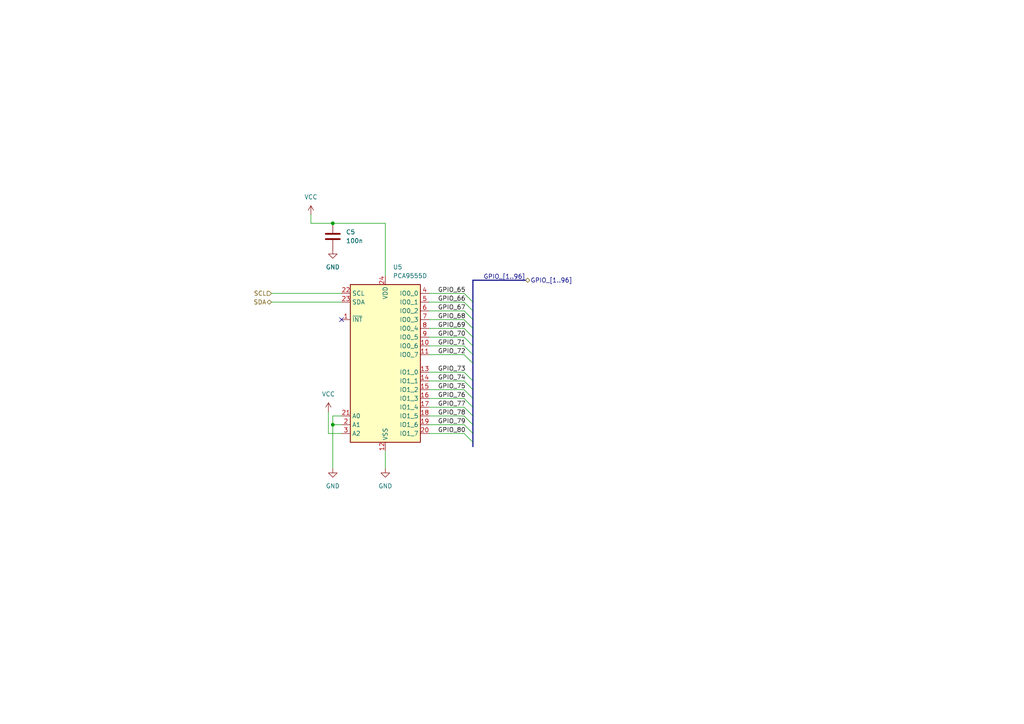
<source format=kicad_sch>
(kicad_sch (version 20231120) (generator "eeschema") (generator_version "8.0")
  (paper "A4")
  (lib_symbols
    (symbol "Device:C" (pin_numbers hide) (pin_names (offset 0.254))
      (property "Reference" "C" (at 0.635 2.54 0))
      (property "Value" "C" (at 0.635 -2.54 0))
      (symbol "C_0_1"
        (polyline (pts (xy -2.032 -0.762) (xy 2.032 -0.762)) (stroke (width 0.508)))
        (polyline (pts (xy -2.032 0.762) (xy 2.032 0.762)) (stroke (width 0.508)))
      )
      (symbol "C_1_1"
        (pin passive line (at 0 3.81 270) (length 2.794) (name "~") (number "1"))
        (pin passive line (at 0 -3.81 90) (length 2.794) (name "~") (number "2"))
      )
    )
    (symbol "Interface_Expansion:PCA9555D"
      (property "Reference" "U" (at -8.89 24.13 0))
      (property "Value" "PCA9555D" (at 6.35 24.13 0))
      (symbol "PCA9555D_0_1"
        (rectangle (start -10.16 22.86) (end 10.16 -22.86) (stroke (width 0.254)) (fill (type background)))
      )
      (symbol "PCA9555D_1_1"
        (pin open_collector line (at -12.7 12.7 0) (length 2.54) (name "~{INT}") (number "1"))
        (pin bidirectional line (at 12.7 5.08 180) (length 2.54) (name "IO0_6") (number "10"))
        (pin bidirectional line (at 12.7 2.54 180) (length 2.54) (name "IO0_7") (number "11"))
        (pin power_in line (at 0 -25.4 90) (length 2.54) (name "VSS") (number "12"))
        (pin bidirectional line (at 12.7 -2.54 180) (length 2.54) (name "IO1_0") (number "13"))
        (pin bidirectional line (at 12.7 -5.08 180) (length 2.54) (name "IO1_1") (number "14"))
        (pin bidirectional line (at 12.7 -7.62 180) (length 2.54) (name "IO1_2") (number "15"))
        (pin bidirectional line (at 12.7 -10.16 180) (length 2.54) (name "IO1_3") (number "16"))
        (pin bidirectional line (at 12.7 -12.7 180) (length 2.54) (name "IO1_4") (number "17"))
        (pin bidirectional line (at 12.7 -15.24 180) (length 2.54) (name "IO1_5") (number "18"))
        (pin bidirectional line (at 12.7 -17.78 180) (length 2.54) (name "IO1_6") (number "19"))
        (pin input line (at -12.7 -17.78 0) (length 2.54) (name "A1") (number "2"))
        (pin bidirectional line (at 12.7 -20.32 180) (length 2.54) (name "IO1_7") (number "20"))
        (pin input line (at -12.7 -15.24 0) (length 2.54) (name "A0") (number "21"))
        (pin input line (at -12.7 20.32 0) (length 2.54) (name "SCL") (number "22"))
        (pin bidirectional line (at -12.7 17.78 0) (length 2.54) (name "SDA") (number "23"))
        (pin power_in line (at 0 25.4 270) (length 2.54) (name "VDD") (number "24"))
        (pin input line (at -12.7 -20.32 0) (length 2.54) (name "A2") (number "3"))
        (pin bidirectional line (at 12.7 20.32 180) (length 2.54) (name "IO0_0") (number "4"))
        (pin bidirectional line (at 12.7 17.78 180) (length 2.54) (name "IO0_1") (number "5"))
        (pin bidirectional line (at 12.7 15.24 180) (length 2.54) (name "IO0_2") (number "6"))
        (pin bidirectional line (at 12.7 12.7 180) (length 2.54) (name "IO0_3") (number "7"))
        (pin bidirectional line (at 12.7 10.16 180) (length 2.54) (name "IO0_4") (number "8"))
        (pin bidirectional line (at 12.7 7.62 180) (length 2.54) (name "IO0_5") (number "9"))
      )
    )
    (symbol "power:GND" (power) (pin_numbers hide) (pin_names (offset 0) hide)
      (property "Value" "GND" (at 0 -3.81 0))
      (symbol "GND_0_1"
        (polyline (pts (xy 0 0) (xy 0 -1.27) (xy 1.27 -1.27) (xy 0 -2.54) (xy -1.27 -1.27) (xy 0 -1.27)))
      )
      (symbol "GND_1_1"
        (pin power_in line (at 0 0 270) (length 0) (name "~") (number "1"))
      )
    )
    (symbol "power:VCC" (power) (pin_numbers hide) (pin_names (offset 0) hide)
      (property "Value" "VCC" (at 0 3.556 0))
      (symbol "VCC_0_1"
        (polyline (pts (xy -0.762 1.27) (xy 0 2.54)))
        (polyline (pts (xy 0 0) (xy 0 2.54)))
        (polyline (pts (xy 0 2.54) (xy 0.762 1.27)))
      )
      (symbol "VCC_1_1"
        (pin power_in line (at 0 0 90) (length 0) (name "~") (number "1"))
      )
    )
  )
  (junction (at 96.52 123.19))
  (junction (at 96.52 64.77))
  (no_connect (at 99.06 92.71))
  (bus_entry (at 134.62 87.63) (size 2.54 2.54))
  (bus_entry (at 134.62 107.95) (size 2.54 2.54))
  (bus_entry (at 134.62 102.87) (size 2.54 2.54))
  (bus_entry (at 134.62 110.49) (size 2.54 2.54))
  (bus_entry (at 134.62 85.09) (size 2.54 2.54))
  (bus_entry (at 134.62 113.03) (size 2.54 2.54))
  (bus_entry (at 134.62 100.33) (size 2.54 2.54))
  (bus_entry (at 134.62 115.57) (size 2.54 2.54))
  (bus_entry (at 134.62 123.19) (size 2.54 2.54))
  (bus_entry (at 134.62 92.71) (size 2.54 2.54))
  (bus_entry (at 134.62 125.73) (size 2.54 2.54))
  (bus_entry (at 134.62 118.11) (size 2.54 2.54))
  (bus_entry (at 134.62 97.79) (size 2.54 2.54))
  (bus_entry (at 134.62 95.25) (size 2.54 2.54))
  (bus_entry (at 134.62 90.17) (size 2.54 2.54))
  (bus_entry (at 134.62 120.65) (size 2.54 2.54))
  (bus (pts (xy 137.16 102.87) (xy 137.16 105.41)))
  (wire (pts (xy 111.76 130.81) (xy 111.76 135.89)))
  (bus (pts (xy 137.16 120.65) (xy 137.16 123.19)))
  (wire (pts (xy 90.17 64.77) (xy 90.17 62.23)))
  (wire (pts (xy 78.74 85.09) (xy 99.06 85.09)))
  (wire (pts (xy 124.46 107.95) (xy 134.62 107.95)))
  (wire (pts (xy 96.52 123.19) (xy 96.52 135.89)))
  (wire (pts (xy 96.52 123.19) (xy 99.06 123.19)))
  (wire (pts (xy 124.46 120.65) (xy 134.62 120.65)))
  (bus (pts (xy 137.16 125.73) (xy 137.16 128.27)))
  (bus (pts (xy 137.16 110.49) (xy 137.16 113.03)))
  (wire (pts (xy 124.46 85.09) (xy 134.62 85.09)))
  (wire (pts (xy 124.46 110.49) (xy 134.62 110.49)))
  (wire (pts (xy 124.46 95.25) (xy 134.62 95.25)))
  (wire (pts (xy 78.74 87.63) (xy 99.06 87.63)))
  (bus (pts (xy 137.16 113.03) (xy 137.16 115.57)))
  (wire (pts (xy 111.76 64.77) (xy 96.52 64.77)))
  (wire (pts (xy 124.46 102.87) (xy 134.62 102.87)))
  (bus (pts (xy 137.16 92.71) (xy 137.16 95.25)))
  (wire (pts (xy 111.76 80.01) (xy 111.76 64.77)))
  (wire (pts (xy 124.46 118.11) (xy 134.62 118.11)))
  (bus (pts (xy 137.16 81.28) (xy 137.16 87.63)))
  (bus (pts (xy 137.16 95.25) (xy 137.16 97.79)))
  (wire (pts (xy 99.06 120.65) (xy 96.52 120.65)))
  (bus (pts (xy 137.16 97.79) (xy 137.16 100.33)))
  (wire (pts (xy 124.46 123.19) (xy 134.62 123.19)))
  (bus (pts (xy 137.16 118.11) (xy 137.16 120.65)))
  (bus (pts (xy 137.16 115.57) (xy 137.16 118.11)))
  (wire (pts (xy 96.52 120.65) (xy 96.52 123.19)))
  (wire (pts (xy 124.46 113.03) (xy 134.62 113.03)))
  (wire (pts (xy 124.46 87.63) (xy 134.62 87.63)))
  (wire (pts (xy 124.46 115.57) (xy 134.62 115.57)))
  (bus (pts (xy 137.16 87.63) (xy 137.16 90.17)))
  (wire (pts (xy 96.52 64.77) (xy 90.17 64.77)))
  (wire (pts (xy 95.25 119.38) (xy 95.25 125.73)))
  (wire (pts (xy 124.46 97.79) (xy 134.62 97.79)))
  (wire (pts (xy 124.46 92.71) (xy 134.62 92.71)))
  (wire (pts (xy 124.46 90.17) (xy 134.62 90.17)))
  (wire (pts (xy 124.46 100.33) (xy 134.62 100.33)))
  (bus (pts (xy 137.16 90.17) (xy 137.16 92.71)))
  (bus (pts (xy 152.4 81.28) (xy 137.16 81.28)))
  (bus (pts (xy 137.16 105.41) (xy 137.16 110.49)))
  (bus (pts (xy 137.16 123.19) (xy 137.16 125.73)))
  (bus (pts (xy 137.16 100.33) (xy 137.16 102.87)))
  (wire (pts (xy 124.46 125.73) (xy 134.62 125.73)))
  (bus (pts (xy 137.16 128.27) (xy 137.16 129.54)))
  (wire (pts (xy 99.06 125.73) (xy 95.25 125.73)))
  (label "GPIO_[1..96]" (at 152.4 81.28 180))
  (label "GPIO_74" (at 127 110.49 0))
  (label "GPIO_65" (at 127 85.09 0))
  (label "GPIO_67" (at 127 90.17 0))
  (label "GPIO_80" (at 127 125.73 0))
  (label "GPIO_73" (at 127 107.95 0))
  (label "GPIO_79" (at 127 123.19 0))
  (label "GPIO_69" (at 127 95.25 0))
  (label "GPIO_66" (at 127 87.63 0))
  (label "GPIO_70" (at 127 97.79 0))
  (label "GPIO_78" (at 127 120.65 0))
  (label "GPIO_77" (at 127 118.11 0))
  (label "GPIO_68" (at 127 92.71 0))
  (label "GPIO_71" (at 127 100.33 0))
  (label "GPIO_76" (at 127 115.57 0))
  (label "GPIO_75" (at 127 113.03 0))
  (label "GPIO_72" (at 127 102.87 0))
  (hierarchical_label "SDA" (shape bidirectional) (at 78.74 87.63 180))
  (hierarchical_label "SCL" (shape input) (at 78.74 85.09 180))
  (hierarchical_label "GPIO_[1..96]" (shape bidirectional) (at 152.4 81.28 0))
  (symbol (lib_id "Interface_Expansion:PCA9555D") (at 111.76 105.41 0) (unit 1)
    (property "Reference" "U5" (at 113.9541 77.47 0) (effects (justify left)))
    (property "Value" "PCA9555D" (at 113.9541 80.01 0) (effects (justify left)))
    (property "Footprint" "Package_SO:SOIC-24W_7.5x15.4mm_P1.27mm" (effects (hide yes)))
    (property "Datasheet" "https://www.nxp.com/docs/en/data-sheet/PCA9555.pdf" (effects (hide yes)))
    (property "Description" "IO expander 16 GPIO, I2C 400kHz, Interrupt, 2.3 - 5.5V, SOIC-24" (effects (hide yes)))
  )
  (symbol (lib_id "power:VCC") (at 95.25 119.38 0) (unit 1)
    (property "Reference" "#PWR018" (effects (hide yes)))
    (property "Value" "VCC" (at 95.25 114.3 0))
    (property "Description" "Power symbol creates a global label with name \"VCC\"" (effects (hide yes)))
  )
  (symbol (lib_id "power:GND") (at 111.76 135.89 0) (unit 1)
    (property "Reference" "#PWR023" (effects (hide yes)))
    (property "Value" "GND" (at 111.76 140.97 0))
    (property "Description" "Power symbol creates a global label with name \"GND\" , ground" (effects (hide yes)))
  )
  (symbol (lib_id "power:GND") (at 96.52 72.39 0) (unit 1)
    (property "Reference" "#PWR019" (effects (hide yes)))
    (property "Value" "GND" (at 96.52 77.47 0))
    (property "Description" "Power symbol creates a global label with name \"GND\" , ground" (effects (hide yes)))
  )
  (symbol (lib_id "Device:C") (at 96.52 68.58 0) (unit 1)
    (property "Reference" "C5" (at 100.33 67.3099 0) (effects (justify left)))
    (property "Value" "100n" (at 100.33 69.8499 0) (effects (justify left)))
    (property "Footprint" "Capacitor_SMD:C_0603_1608Metric_Pad1.08x0.95mm_HandSolder" (effects (hide yes)))
    (property "Description" "Unpolarized capacitor" (effects (hide yes)))
  )
  (symbol (lib_id "power:GND") (at 96.52 135.89 0) (unit 1)
    (property "Reference" "#PWR020" (effects (hide yes)))
    (property "Value" "GND" (at 96.52 140.97 0))
    (property "Description" "Power symbol creates a global label with name \"GND\" , ground" (effects (hide yes)))
  )
  (symbol (lib_id "power:VCC") (at 90.17 62.23 0) (unit 1)
    (property "Reference" "#PWR017" (effects (hide yes)))
    (property "Value" "VCC" (at 90.17 57.15 0))
    (property "Description" "Power symbol creates a global label with name \"VCC\"" (effects (hide yes)))
  )
)
</source>
